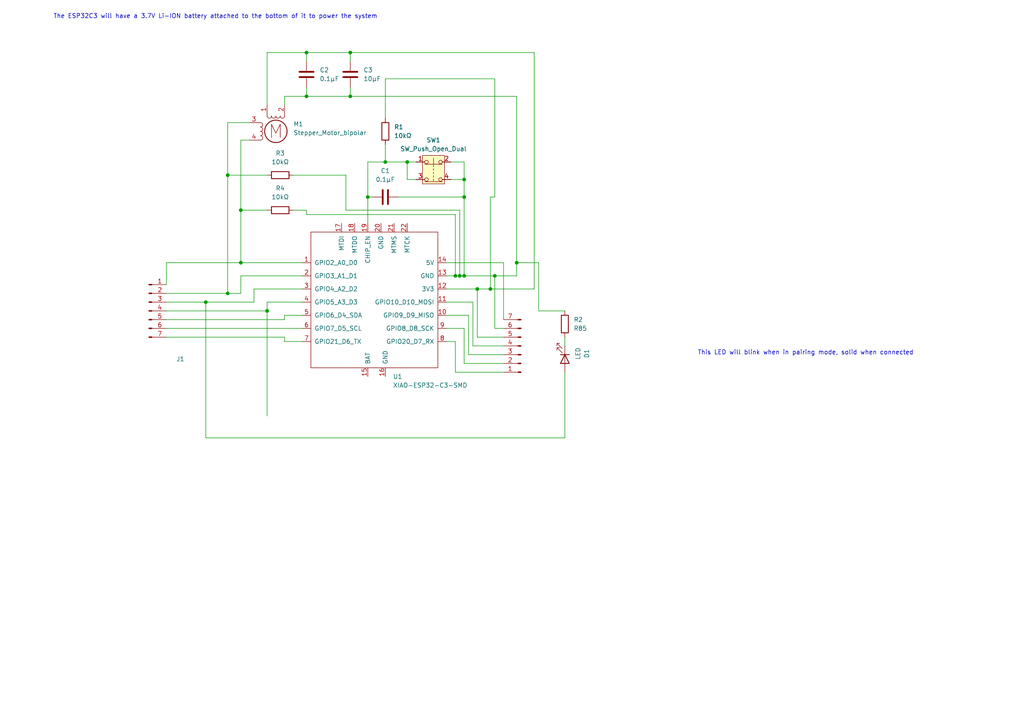
<source format=kicad_sch>
(kicad_sch (version 20231120) (generator "eeschema") (generator_version "8.0")
  (paper "A4")
  (title_block (title "pLUFs Schematic; Second Draft") (date "2/5/25") (rev "1"))
  (lib_symbols
    (symbol "Connector:Conn_01x07_Pin" (pin_names (offset 1.016) hide)
      (property "Reference" "J" (at 0 10.16 0))
      (property "Value" "Conn_01x07_Pin" (at 0 -10.16 0))
      (symbol "Conn_01x07_Pin_1_1"
        (polyline (pts (xy 1.27 -7.62) (xy 0.8636 -7.62)) (stroke (width 0.1524)))
        (polyline (pts (xy 1.27 -5.08) (xy 0.8636 -5.08)) (stroke (width 0.1524)))
        (polyline (pts (xy 1.27 -2.54) (xy 0.8636 -2.54)) (stroke (width 0.1524)))
        (polyline (pts (xy 1.27 0) (xy 0.8636 0)) (stroke (width 0.1524)))
        (polyline (pts (xy 1.27 2.54) (xy 0.8636 2.54)) (stroke (width 0.1524)))
        (polyline (pts (xy 1.27 5.08) (xy 0.8636 5.08)) (stroke (width 0.1524)))
        (polyline (pts (xy 1.27 7.62) (xy 0.8636 7.62)) (stroke (width 0.1524)))
        (rectangle (start 0.8636 -7.493) (end 0 -7.747) (stroke (width 0.1524)) (fill (type outline)))
        (rectangle (start 0.8636 -4.953) (end 0 -5.207) (stroke (width 0.1524)) (fill (type outline)))
        (rectangle (start 0.8636 -2.413) (end 0 -2.667) (stroke (width 0.1524)) (fill (type outline)))
        (rectangle (start 0.8636 0.127) (end 0 -0.127) (stroke (width 0.1524)) (fill (type outline)))
        (rectangle (start 0.8636 2.667) (end 0 2.413) (stroke (width 0.1524)) (fill (type outline)))
        (rectangle (start 0.8636 5.207) (end 0 4.953) (stroke (width 0.1524)) (fill (type outline)))
        (rectangle (start 0.8636 7.747) (end 0 7.493) (stroke (width 0.1524)) (fill (type outline)))
        (pin passive line (at 5.08 7.62 180) (length 3.81) (name "Pin_1") (number "1"))
        (pin passive line (at 5.08 5.08 180) (length 3.81) (name "Pin_2") (number "2"))
        (pin passive line (at 5.08 2.54 180) (length 3.81) (name "Pin_3") (number "3"))
        (pin passive line (at 5.08 0 180) (length 3.81) (name "Pin_4") (number "4"))
        (pin passive line (at 5.08 -2.54 180) (length 3.81) (name "Pin_5") (number "5"))
        (pin passive line (at 5.08 -5.08 180) (length 3.81) (name "Pin_6") (number "6"))
        (pin passive line (at 5.08 -7.62 180) (length 3.81) (name "Pin_7") (number "7"))
      )
    )
    (symbol "Device:C" (pin_numbers hide) (pin_names (offset 0.254))
      (property "Reference" "C" (at 0.635 2.54 0))
      (property "Value" "C" (at 0.635 -2.54 0))
      (symbol "C_0_1"
        (polyline (pts (xy -2.032 -0.762) (xy 2.032 -0.762)) (stroke (width 0.508)))
        (polyline (pts (xy -2.032 0.762) (xy 2.032 0.762)) (stroke (width 0.508)))
      )
      (symbol "C_1_1"
        (pin passive line (at 0 3.81 270) (length 2.794) (name "~") (number "1"))
        (pin passive line (at 0 -3.81 90) (length 2.794) (name "~") (number "2"))
      )
    )
    (symbol "Device:LED" (pin_numbers hide) (pin_names (offset 1.016) hide)
      (property "Reference" "D" (at 0 2.54 0))
      (property "Value" "LED" (at 0 -2.54 0))
      (symbol "LED_0_1"
        (polyline (pts (xy -1.27 -1.27) (xy -1.27 1.27)) (stroke (width 0.254)))
        (polyline (pts (xy -1.27 0) (xy 1.27 0)))
        (polyline (pts (xy 1.27 -1.27) (xy 1.27 1.27) (xy -1.27 0) (xy 1.27 -1.27)) (stroke (width 0.254)))
        (polyline (pts (xy -3.048 -0.762) (xy -4.572 -2.286) (xy -3.81 -2.286) (xy -4.572 -2.286) (xy -4.572 -1.524)))
        (polyline (pts (xy -1.778 -0.762) (xy -3.302 -2.286) (xy -2.54 -2.286) (xy -3.302 -2.286) (xy -3.302 -1.524)))
      )
      (symbol "LED_1_1"
        (pin passive line (at -3.81 0 0) (length 2.54) (name "K") (number "1"))
        (pin passive line (at 3.81 0 180) (length 2.54) (name "A") (number "2"))
      )
    )
    (symbol "Device:R" (pin_numbers hide) (pin_names (offset 0))
      (property "Reference" "R" (at 2.032 0 90))
      (property "Value" "R" (at 0 0 90))
      (symbol "R_0_1"
        (rectangle (start -1.016 -2.54) (end 1.016 2.54) (stroke (width 0.254)))
      )
      (symbol "R_1_1"
        (pin passive line (at 0 3.81 270) (length 1.27) (name "~") (number "1"))
        (pin passive line (at 0 -3.81 90) (length 1.27) (name "~") (number "2"))
      )
    )
    (symbol "Motor:Stepper_Motor_bipolar" (pin_names (offset 0) hide)
      (property "Reference" "M" (at 3.81 2.54 0))
      (property "Value" "Stepper_Motor_bipolar" (at 3.81 1.27 0))
      (symbol "Stepper_Motor_bipolar_0_0"
        (polyline (pts (xy -1.27 -1.778) (xy -1.27 2.032) (xy 0 -0.508) (xy 1.27 2.032) (xy 1.27 -1.778)))
      )
      (symbol "Stepper_Motor_bipolar_0_1"
        (arc (start -4.445 -2.54) (mid -3.8127 -1.905) (end -4.445 -1.27))
        (arc (start -4.445 -1.27) (mid -3.8127 -0.635) (end -4.445 0))
        (arc (start -4.445 0) (mid -3.8127 0.635) (end -4.445 1.27))
        (arc (start -4.445 1.27) (mid -3.8127 1.905) (end -4.445 2.54))
        (arc (start -2.54 4.445) (mid -1.905 3.8127) (end -1.27 4.445))
        (arc (start -1.27 4.445) (mid -0.635 3.8127) (end 0 4.445))
        (polyline (pts (xy -5.08 -2.54) (xy -4.445 -2.54)))
        (polyline (pts (xy -5.08 2.54) (xy -4.445 2.54)))
        (polyline (pts (xy -2.54 5.08) (xy -2.54 4.445)))
        (polyline (pts (xy 2.54 5.08) (xy 2.54 4.445)))
        (circle (center 0 0) (radius 3.2512) (stroke (width 0.254)))
        (arc (start 0 4.445) (mid 0.635 3.8127) (end 1.27 4.445))
        (arc (start 1.27 4.445) (mid 1.905 3.8127) (end 2.54 4.445))
      )
      (symbol "Stepper_Motor_bipolar_1_1"
        (pin passive line (at -2.54 7.62 270) (length 2.54) (name "~") (number "1"))
        (pin passive line (at 2.54 7.62 270) (length 2.54) (name "-") (number "2"))
        (pin passive line (at -7.62 2.54 0) (length 2.54) (name "~") (number "3"))
        (pin passive line (at -7.62 -2.54 0) (length 2.54) (name "~") (number "4"))
      )
    )
    (symbol "Seeed_Studio_XIAO_Series:XIAO-ESP32-C3-SMD" (pin_names (offset 1.016))
      (property "Reference" "U" (at -18.542 23.114 0))
      (property "Value" "XIAO-ESP32-C3-SMD" (at -8.382 21.336 0))
      (symbol "XIAO-ESP32-C3-SMD_0_1"
        (rectangle (start -19.05 20.32) (end 17.78 -19.05))
      )
      (symbol "XIAO-ESP32-C3-SMD_1_1"
        (pin passive line (at -21.59 11.43 0) (length 2.54) (name "GPIO2_A0_D0") (number "1"))
        (pin passive line (at 20.32 -3.81 180) (length 2.54) (name "GPIO9_D9_MISO") (number "10"))
        (pin passive line (at 20.32 0 180) (length 2.54) (name "GPIO10_D10_MOSI") (number "11"))
        (pin passive line (at 20.32 3.81 180) (length 2.54) (name "3V3") (number "12"))
        (pin passive line (at 20.32 7.62 180) (length 2.54) (name "GND") (number "13"))
        (pin passive line (at 20.32 11.43 180) (length 2.54) (name "5V") (number "14"))
        (pin passive line (at -2.54 -21.59 90) (length 2.54) (name "BAT") (number "15"))
        (pin passive line (at 2.54 -21.59 90) (length 2.54) (name "GND") (number "16"))
        (pin passive line (at -10.16 22.86 270) (length 2.54) (name "MTDI") (number "17"))
        (pin passive line (at -6.35 22.86 270) (length 2.54) (name "MTDO") (number "18"))
        (pin passive line (at -2.54 22.86 270) (length 2.54) (name "CHIP_EN") (number "19"))
        (pin passive line (at -21.59 7.62 0) (length 2.54) (name "GPIO3_A1_D1") (number "2"))
        (pin passive line (at 1.27 22.86 270) (length 2.54) (name "GND") (number "20"))
        (pin passive line (at 5.08 22.86 270) (length 2.54) (name "MTMS") (number "21"))
        (pin passive line (at 8.89 22.86 270) (length 2.54) (name "MTCK") (number "22"))
        (pin passive line (at -21.59 3.81 0) (length 2.54) (name "GPIO4_A2_D2") (number "3"))
        (pin passive line (at -21.59 0 0) (length 2.54) (name "GPIO5_A3_D3") (number "4"))
        (pin passive line (at -21.59 -3.81 0) (length 2.54) (name "GPIO6_D4_SDA") (number "5"))
        (pin passive line (at -21.59 -7.62 0) (length 2.54) (name "GPIO7_D5_SCL") (number "6"))
        (pin passive line (at -21.59 -11.43 0) (length 2.54) (name "GPIO21_D6_TX") (number "7"))
        (pin passive line (at 20.32 -11.43 180) (length 2.54) (name "GPIO20_D7_RX") (number "8"))
        (pin passive line (at 20.32 -7.62 180) (length 2.54) (name "GPIO8_D8_SCK") (number "9"))
      )
    )
    (symbol "Switch:SW_Push_Open_Dual" (pin_names (offset 1.016) hide)
      (property "Reference" "SW" (at 0 3.81 0))
      (property "Value" "SW_Push_Open_Dual" (at 0 -7.62 0))
      (symbol "SW_Push_Open_Dual_0_1"
        (circle (center -2.032 -5.08) (radius 0.508))
        (circle (center -2.032 0) (radius 0.508))
        (polyline (pts (xy 0 -4.953) (xy 0 -5.461)))
        (polyline (pts (xy 0 -3.937) (xy 0 -4.445)))
        (polyline (pts (xy 0 -3.429) (xy 0 -2.921)))
        (polyline (pts (xy 0 -2.413) (xy 0 -1.905)))
        (polyline (pts (xy 0 -1.397) (xy 0 -0.889)))
        (polyline (pts (xy 0 -0.635) (xy 0 1.143)))
        (polyline (pts (xy 2.54 -5.715) (xy -2.54 -5.715)))
        (polyline (pts (xy 2.54 -0.635) (xy -2.54 -0.635)))
        (circle (center 2.032 -5.08) (radius 0.508))
        (circle (center 2.032 0) (radius 0.508))
        (pin passive line (at -5.08 0 0) (length 2.54) (name "1") (number "1"))
        (pin passive line (at 5.08 0 180) (length 2.54) (name "2") (number "2"))
        (pin passive line (at -5.08 -5.08 0) (length 2.54) (name "3") (number "3"))
        (pin passive line (at 5.08 -5.08 180) (length 2.54) (name "4") (number "4"))
      )
      (symbol "SW_Push_Open_Dual_1_1"
        (rectangle (start -3.175 1.905) (end 3.175 -6.35) (fill (type background)))
      )
    )
  )
  (junction (at 88.9 27.94))
  (junction (at 101.6 27.94))
  (junction (at 134.62 57.15))
  (junction (at 118.11 46.99))
  (junction (at 69.85 76.2))
  (junction (at 59.69 87.63))
  (junction (at 134.62 52.07))
  (junction (at 66.04 85.09))
  (junction (at 134.62 80.01))
  (junction (at 133.35 80.01))
  (junction (at 143.51 80.01))
  (junction (at 149.86 76.2))
  (junction (at 132.08 80.01))
  (junction (at 138.43 83.82))
  (junction (at 142.24 83.82))
  (junction (at 69.85 60.96))
  (junction (at 111.76 46.99))
  (junction (at 88.9 15.24))
  (junction (at 106.68 57.15))
  (junction (at 66.04 50.8))
  (junction (at 101.6 15.24))
  (junction (at 77.47 90.17))
  (wire (pts (xy 85.09 60.96) (xy 88.9 60.96)))
  (wire (pts (xy 146.05 105.41) (xy 134.62 105.41)))
  (wire (pts (xy 135.89 102.87) (xy 135.89 91.44)))
  (wire (pts (xy 111.76 41.91) (xy 111.76 46.99)))
  (wire (pts (xy 69.85 60.96) (xy 77.47 60.96)))
  (wire (pts (xy 129.54 91.44) (xy 135.89 91.44)))
  (wire (pts (xy 59.69 87.63) (xy 73.66 87.63)))
  (wire (pts (xy 134.62 105.41) (xy 134.62 95.25)))
  (wire (pts (xy 146.05 102.87) (xy 135.89 102.87)))
  (wire (pts (xy 142.24 83.82) (xy 154.94 83.82)))
  (wire (pts (xy 101.6 27.94) (xy 149.86 27.94)))
  (wire (pts (xy 88.9 60.96) (xy 88.9 62.23)))
  (wire (pts (xy 120.65 52.07) (xy 118.11 52.07)))
  (wire (pts (xy 132.08 80.01) (xy 129.54 80.01)))
  (wire (pts (xy 106.68 46.99) (xy 106.68 57.15)))
  (wire (pts (xy 69.85 40.64) (xy 69.85 60.96)))
  (wire (pts (xy 118.11 46.99) (xy 111.76 46.99)))
  (wire (pts (xy 100.33 50.8) (xy 100.33 60.96)))
  (wire (pts (xy 48.26 82.55) (xy 48.26 76.2)))
  (wire (pts (xy 48.26 76.2) (xy 69.85 76.2)))
  (wire (pts (xy 66.04 50.8) (xy 77.47 50.8)))
  (wire (pts (xy 163.83 90.17) (xy 156.21 90.17)))
  (wire (pts (xy 88.9 27.94) (xy 101.6 27.94)))
  (wire (pts (xy 129.54 99.06) (xy 132.08 99.06)))
  (wire (pts (xy 48.26 97.79) (xy 82.55 97.79)))
  (wire (pts (xy 134.62 52.07) (xy 134.62 57.15)))
  (wire (pts (xy 69.85 60.96) (xy 69.85 76.2)))
  (wire (pts (xy 134.62 57.15) (xy 134.62 80.01)))
  (wire (pts (xy 143.51 80.01) (xy 149.86 80.01)))
  (wire (pts (xy 133.35 60.96) (xy 133.35 80.01)))
  (wire (pts (xy 69.85 85.09) (xy 69.85 80.01)))
  (wire (pts (xy 132.08 99.06) (xy 132.08 107.95)))
  (wire (pts (xy 133.35 80.01) (xy 132.08 80.01)))
  (wire (pts (xy 106.68 57.15) (xy 106.68 64.77)))
  (wire (pts (xy 82.55 99.06) (xy 87.63 99.06)))
  (wire (pts (xy 48.26 92.71) (xy 82.55 92.71)))
  (wire (pts (xy 146.05 76.2) (xy 146.05 92.71)))
  (wire (pts (xy 48.26 90.17) (xy 77.47 90.17)))
  (wire (pts (xy 88.9 25.4) (xy 88.9 27.94)))
  (wire (pts (xy 69.85 76.2) (xy 87.63 76.2)))
  (wire (pts (xy 138.43 83.82) (xy 142.24 83.82)))
  (wire (pts (xy 101.6 15.24) (xy 101.6 17.78)))
  (wire (pts (xy 72.39 35.56) (xy 66.04 35.56)))
  (wire (pts (xy 149.86 27.94) (xy 149.86 76.2)))
  (wire (pts (xy 129.54 95.25) (xy 134.62 95.25)))
  (wire (pts (xy 111.76 22.86) (xy 143.51 22.86)))
  (wire (pts (xy 82.55 30.48) (xy 82.55 27.94)))
  (wire (pts (xy 66.04 35.56) (xy 66.04 50.8)))
  (wire (pts (xy 143.51 80.01) (xy 143.51 95.25)))
  (wire (pts (xy 73.66 87.63) (xy 73.66 83.82)))
  (wire (pts (xy 138.43 83.82) (xy 129.54 83.82)))
  (wire (pts (xy 69.85 80.01) (xy 87.63 80.01)))
  (wire (pts (xy 82.55 91.44) (xy 87.63 91.44)))
  (wire (pts (xy 115.57 57.15) (xy 134.62 57.15)))
  (wire (pts (xy 129.54 76.2) (xy 146.05 76.2)))
  (wire (pts (xy 85.09 50.8) (xy 100.33 50.8)))
  (wire (pts (xy 142.24 57.15) (xy 142.24 83.82)))
  (wire (pts (xy 134.62 80.01) (xy 143.51 80.01)))
  (wire (pts (xy 73.66 83.82) (xy 87.63 83.82)))
  (wire (pts (xy 118.11 46.99) (xy 118.11 52.07)))
  (wire (pts (xy 120.65 46.99) (xy 118.11 46.99)))
  (wire (pts (xy 137.16 100.33) (xy 137.16 87.63)))
  (wire (pts (xy 48.26 95.25) (xy 87.63 95.25)))
  (wire (pts (xy 129.54 87.63) (xy 137.16 87.63)))
  (wire (pts (xy 77.47 15.24) (xy 88.9 15.24)))
  (wire (pts (xy 138.43 97.79) (xy 138.43 83.82)))
  (wire (pts (xy 59.69 87.63) (xy 59.69 127)))
  (wire (pts (xy 106.68 57.15) (xy 107.95 57.15)))
  (wire (pts (xy 87.63 87.63) (xy 77.47 87.63)))
  (wire (pts (xy 134.62 46.99) (xy 134.62 52.07)))
  (wire (pts (xy 77.47 30.48) (xy 77.47 15.24)))
  (wire (pts (xy 149.86 76.2) (xy 149.86 80.01)))
  (wire (pts (xy 48.26 85.09) (xy 66.04 85.09)))
  (wire (pts (xy 82.55 97.79) (xy 82.55 99.06)))
  (wire (pts (xy 130.81 46.99) (xy 134.62 46.99)))
  (wire (pts (xy 59.69 127) (xy 163.83 127)))
  (wire (pts (xy 154.94 15.24) (xy 154.94 83.82)))
  (wire (pts (xy 100.33 60.96) (xy 133.35 60.96)))
  (wire (pts (xy 77.47 87.63) (xy 77.47 90.17)))
  (wire (pts (xy 66.04 85.09) (xy 69.85 85.09)))
  (wire (pts (xy 101.6 15.24) (xy 154.94 15.24)))
  (wire (pts (xy 146.05 97.79) (xy 138.43 97.79)))
  (wire (pts (xy 132.08 107.95) (xy 146.05 107.95)))
  (wire (pts (xy 163.83 107.95) (xy 163.83 127)))
  (wire (pts (xy 88.9 15.24) (xy 101.6 15.24)))
  (wire (pts (xy 77.47 90.17) (xy 77.47 120.65)))
  (wire (pts (xy 111.76 34.29) (xy 111.76 22.86)))
  (wire (pts (xy 143.51 22.86) (xy 143.51 57.15)))
  (wire (pts (xy 111.76 46.99) (xy 106.68 46.99)))
  (wire (pts (xy 132.08 62.23) (xy 132.08 80.01)))
  (wire (pts (xy 156.21 90.17) (xy 156.21 76.2)))
  (wire (pts (xy 130.81 52.07) (xy 134.62 52.07)))
  (wire (pts (xy 134.62 80.01) (xy 133.35 80.01)))
  (wire (pts (xy 82.55 92.71) (xy 82.55 91.44)))
  (wire (pts (xy 88.9 15.24) (xy 88.9 17.78)))
  (wire (pts (xy 88.9 62.23) (xy 132.08 62.23)))
  (wire (pts (xy 163.83 100.33) (xy 163.83 97.79)))
  (wire (pts (xy 143.51 57.15) (xy 142.24 57.15)))
  (wire (pts (xy 48.26 87.63) (xy 59.69 87.63)))
  (wire (pts (xy 146.05 100.33) (xy 137.16 100.33)))
  (wire (pts (xy 146.05 95.25) (xy 143.51 95.25)))
  (wire (pts (xy 66.04 50.8) (xy 66.04 85.09)))
  (wire (pts (xy 156.21 76.2) (xy 149.86 76.2)))
  (wire (pts (xy 72.39 40.64) (xy 69.85 40.64)))
  (wire (pts (xy 101.6 25.4) (xy 101.6 27.94)))
  (wire (pts (xy 82.55 27.94) (xy 88.9 27.94)))
  (text "This LED will blink when in pairing mode, solid when connected" (at 233.68 102.362 0) (effects (font (size 1.27 1.27))))
  (text "The ESP32C3 will have a 3.7V Li-ION battery attached to the bottom of it to power the system" (at 62.484 4.826 0) (effects (font (size 1.27 1.27))))
  (symbol (lib_id "Device:R") (at 111.76 38.1 0) (unit 1)
    (property "Reference" "R1" (at 114.3 36.8299 0) (effects (justify left)))
    (property "Value" "10kΩ" (at 114.3 39.3699 0) (effects (justify left)))
    (property "Footprint" "Resistor_SMD:R_0805_2012Metric" (effects (hide yes)))
    (property "Description" "Resistor" (effects (hide yes)))
  )
  (symbol (lib_id "Device:C") (at 111.76 57.15 270) (unit 1)
    (property "Reference" "C1" (at 111.76 49.53 90))
    (property "Value" "0.1μF" (at 111.76 52.07 90))
    (property "Footprint" "Capacitor_SMD:C_0805_2012Metric" (effects (hide yes)))
    (property "Description" "Unpolarized capacitor" (effects (hide yes)))
  )
  (symbol (lib_id "Seeed_Studio_XIAO_Series:XIAO-ESP32-C3-SMD") (at 109.22 87.63 0) (unit 1)
    (property "Reference" "U1" (at 113.9541 109.22 0) (effects (justify left)))
    (property "Value" "XIAO-ESP32-C3-SMD" (at 113.9541 111.76 0) (effects (justify left)))
    (property "Footprint" "RF_Module:MCU_Seeed_ESP32C3" (effects (hide yes)))
  )
  (symbol (lib_id "Device:C") (at 101.6 21.59 0) (unit 1)
    (property "Reference" "C3" (at 105.41 20.3199 0) (effects (justify left)))
    (property "Value" "10μF" (at 105.41 22.8599 0) (effects (justify left)))
    (property "Footprint" "Capacitor_SMD:C_0805_2012Metric" (effects (hide yes)))
    (property "Description" "Unpolarized capacitor" (effects (hide yes)))
  )
  (symbol (lib_id "Device:C") (at 88.9 21.59 0) (unit 1)
    (property "Reference" "C2" (at 92.71 20.3199 0) (effects (justify left)))
    (property "Value" "0.1μF" (at 92.71 22.8599 0) (effects (justify left)))
    (property "Footprint" "Capacitor_SMD:C_0805_2012Metric" (effects (hide yes)))
    (property "Description" "Unpolarized capacitor" (effects (hide yes)))
  )
  (symbol (lib_id "Device:R") (at 81.28 50.8 90) (unit 1)
    (property "Reference" "R3" (at 81.28 44.45 90))
    (property "Value" "10kΩ" (at 81.28 46.99 90))
    (property "Footprint" "Resistor_SMD:R_0805_2012Metric" (effects (hide yes)))
    (property "Description" "Resistor" (effects (hide yes)))
  )
  (symbol (lib_id "Device:R") (at 81.28 60.96 270) (unit 1)
    (property "Reference" "R4" (at 81.28 54.61 90))
    (property "Value" "10kΩ" (at 81.28 57.15 90))
    (property "Footprint" "Resistor_SMD:R_0805_2012Metric" (effects (hide yes)))
    (property "Description" "Resistor" (effects (hide yes)))
  )
  (symbol (lib_id "Connector:Conn_01x07_Pin") (at 151.13 100.33 180) (unit 1)
    (property "Reference" "J2" (effects (hide yes)))
    (property "Value" "Circular Display Pins (top)" (effects (hide yes)))
    (property "Footprint" "Connector_PinHeader_2.54mm:PinHeader_1x07_P2.54mm_Vertical" (effects (hide yes)))
    (property "Description" "Generic connector, single row, 01x07, script generated" (effects (hide yes)))
  )
  (symbol (lib_id "Connector:Conn_01x07_Pin") (at 43.18 90.17 0) (unit 1)
    (property "Reference" "J1" (at 52.324 104.14 0))
    (property "Value" "Circular Display Pins (bottom)" (effects (hide yes)))
    (property "Footprint" "Connector_PinHeader_2.54mm:PinHeader_1x07_P2.54mm_Vertical" (effects (hide yes)))
    (property "Description" "Generic connector, single row, 01x07, script generated" (effects (hide yes)))
  )
  (symbol (lib_id "Device:R") (at 163.83 93.98 180) (unit 1)
    (property "Reference" "R2" (at 166.37 92.7099 0) (effects (justify right)))
    (property "Value" "R85" (at 166.37 95.2499 0) (effects (justify right)))
    (property "Footprint" "Resistor_SMD:R_0805_2012Metric" (effects (hide yes)))
    (property "Description" "Resistor" (effects (hide yes)))
  )
  (symbol (lib_id "Switch:SW_Push_Open_Dual") (at 125.73 46.99 0) (unit 1)
    (property "Reference" "SW1" (at 125.73 40.64 0))
    (property "Value" "SW_Push_Open_Dual" (at 125.73 43.18 0))
    (property "Footprint" "Button_Switch_SMD:SW_MEC_5GSH9" (effects (hide yes)))
    (property "Description" "Push button switch, normally closed, generic, four pins" (effects (hide yes)))
  )
  (symbol (lib_id "Motor:Stepper_Motor_bipolar") (at 80.01 38.1 0) (unit 1)
    (property "Reference" "M1" (at 85.09 35.979 0) (effects (justify left)))
    (property "Value" "Stepper_Motor_bipolar" (at 85.09 38.519 0) (effects (justify left)))
    (property "Footprint" "Stepper Footprint:x27_stepper" (effects (hide yes)))
    (property "Datasheet" "http://www.infineon.com/dgdl/Application-Note-TLE8110EE_driving_UniPolarStepperMotor_V1.1.pdf?fileId=db3a30431be39b97011be5d0aa0a00b0" (effects (hide yes)))
    (property "Description" "4-wire bipolar stepper motor" (effects (hide yes)))
  )
  (symbol (lib_id "Device:LED") (at 163.83 104.14 270) (unit 1)
    (property "Reference" "D1" (at 170.18 102.5525 0))
    (property "Value" "LED" (at 167.64 102.5525 0))
    (property "Footprint" "LED_SMD:LED_0603_1608Metric" (effects (hide yes)))
    (property "Description" "Light emitting diode" (effects (hide yes)))
  )
)
</source>
